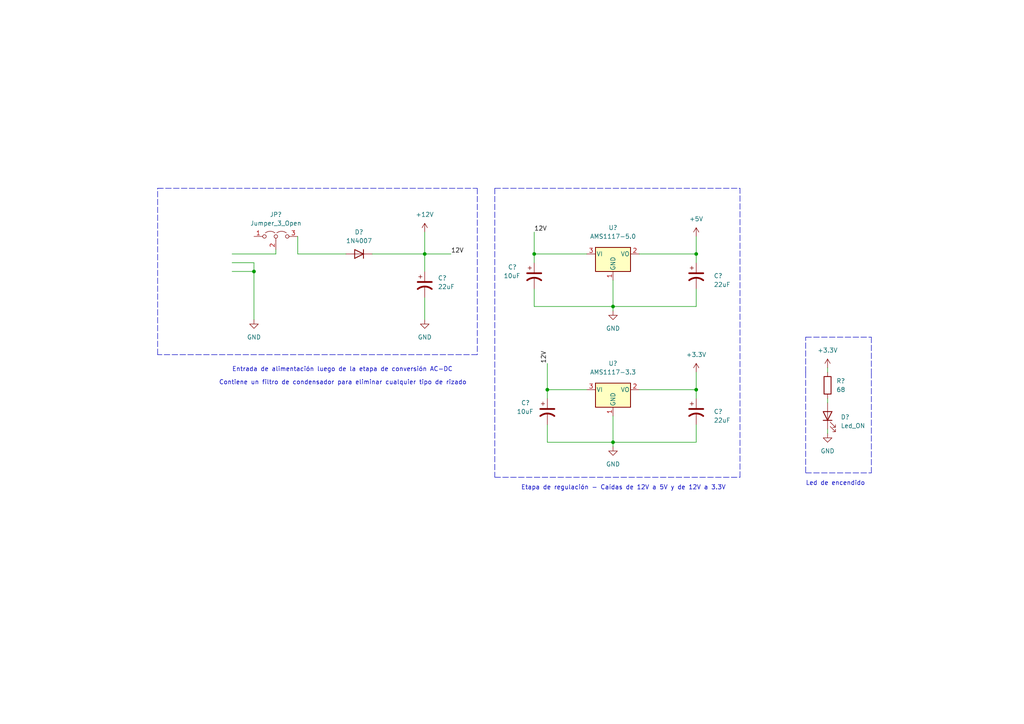
<source format=kicad_sch>
(kicad_sch (version 20211123) (generator eeschema)
  (paper "A4")
  (lib_symbols
    (symbol "Device:C_Polarized_US" (pin_numbers hide) (pin_names (offset 0.254) hide)
      (property "Reference" "C" (at 0.635 2.54 0))
      (property "Value" "C_Polarized_US" (at 0.635 -2.54 0))
      (symbol "C_Polarized_US_0_1"
        (polyline (pts (xy -2.032 0.762) (xy 2.032 0.762)) (stroke (width 0.508)))
        (polyline (pts (xy -1.778 2.286) (xy -0.762 2.286)))
        (polyline (pts (xy -1.27 1.778) (xy -1.27 2.794)))
        (arc (start 2.032 -1.27) (mid 0 -0.5572) (end -2.032 -1.27) (stroke (width 0.508)))
      )
      (symbol "C_Polarized_US_1_1"
        (pin passive line (at 0 3.81 270) (length 2.794) (name "~") (number "1"))
        (pin passive line (at 0 -3.81 90) (length 3.302) (name "~") (number "2"))
      )
    )
    (symbol "Device:R" (pin_numbers hide) (pin_names (offset 0))
      (property "Reference" "R" (at 2.032 0 90))
      (property "Value" "R" (at 0 0 90))
      (symbol "R_0_1"
        (rectangle (start -1.016 -2.54) (end 1.016 2.54) (stroke (width 0.254)))
      )
      (symbol "R_1_1"
        (pin passive line (at 0 3.81 270) (length 1.27) (name "~") (number "1"))
        (pin passive line (at 0 -3.81 90) (length 1.27) (name "~") (number "2"))
      )
    )
    (symbol "Diode:1N4007" (pin_numbers hide) (pin_names (offset 1.016) hide)
      (property "Reference" "D" (at 0 2.54 0))
      (property "Value" "1N4007" (at 0 -2.54 0))
      (symbol "1N4007_0_1"
        (polyline (pts (xy -1.27 1.27) (xy -1.27 -1.27)) (stroke (width 0.254)))
        (polyline (pts (xy 1.27 0) (xy -1.27 0)))
        (polyline (pts (xy 1.27 1.27) (xy 1.27 -1.27) (xy -1.27 0) (xy 1.27 1.27)) (stroke (width 0.254)))
      )
      (symbol "1N4007_1_1"
        (pin passive line (at -3.81 0 0) (length 2.54) (name "K") (number "1"))
        (pin passive line (at 3.81 0 180) (length 2.54) (name "A") (number "2"))
      )
    )
    (symbol "Jumper:Jumper_3_Open" (pin_names (offset 0) hide)
      (property "Reference" "JP" (at -2.54 -2.54 0))
      (property "Value" "Jumper_3_Open" (at 0 2.794 0))
      (symbol "Jumper_3_Open_0_0"
        (circle (center -3.302 0) (radius 0.508))
        (circle (center 0 0) (radius 0.508))
        (circle (center 3.302 0) (radius 0.508))
      )
      (symbol "Jumper_3_Open_0_1"
        (arc (start -0.254 1.016) (mid -1.651 1.4992) (end -3.048 1.016))
        (polyline (pts (xy 0 -0.508) (xy 0 -1.27)))
        (arc (start 3.048 1.016) (mid 1.651 1.4992) (end 0.254 1.016))
      )
      (symbol "Jumper_3_Open_1_1"
        (pin passive line (at -6.35 0 0) (length 2.54) (name "A") (number "1"))
        (pin passive line (at 0 -3.81 90) (length 2.54) (name "C") (number "2"))
        (pin passive line (at 6.35 0 180) (length 2.54) (name "B") (number "3"))
      )
    )
    (symbol "LED:IR26-21C_L110_TR8" (pin_numbers hide) (pin_names (offset 1.016) hide)
      (property "Reference" "D" (at 0 2.54 0))
      (property "Value" "IR26-21C_L110_TR8" (at 0 -3.81 0))
      (symbol "IR26-21C_L110_TR8_0_1"
        (polyline (pts (xy -1.27 -1.27) (xy -1.27 1.27)) (stroke (width 0.254)))
        (polyline (pts (xy -1.27 0) (xy 1.27 0)))
        (polyline (pts (xy 1.27 -1.27) (xy 1.27 1.27) (xy -1.27 0) (xy 1.27 -1.27)) (stroke (width 0.254)))
        (polyline (pts (xy -3.048 -0.762) (xy -4.572 -2.286) (xy -3.81 -2.286) (xy -4.572 -2.286) (xy -4.572 -1.524)))
        (polyline (pts (xy -1.778 -0.762) (xy -3.302 -2.286) (xy -2.54 -2.286) (xy -3.302 -2.286) (xy -3.302 -1.524)))
      )
      (symbol "IR26-21C_L110_TR8_1_1"
        (pin passive line (at -3.81 0 0) (length 2.54) (name "K") (number "1"))
        (pin passive line (at 3.81 0 180) (length 2.54) (name "A") (number "2"))
      )
    )
    (symbol "Regulator_Linear:AMS1117-3.3" (pin_names (offset 0.254))
      (property "Reference" "U" (at -3.81 3.175 0))
      (property "Value" "AMS1117-3.3" (at 0 3.175 0))
      (symbol "AMS1117-3.3_0_1"
        (rectangle (start -5.08 -5.08) (end 5.08 1.905) (stroke (width 0.254)) (fill (type background)))
      )
      (symbol "AMS1117-3.3_1_1"
        (pin power_in line (at 0 -7.62 90) (length 2.54) (name "GND") (number "1"))
        (pin power_out line (at 7.62 0 180) (length 2.54) (name "VO") (number "2"))
        (pin power_in line (at -7.62 0 0) (length 2.54) (name "VI") (number "3"))
      )
    )
    (symbol "Regulator_Linear:AMS1117-5.0" (pin_names (offset 0.254))
      (property "Reference" "U" (at -3.81 3.175 0))
      (property "Value" "AMS1117-5.0" (at 0 3.175 0))
      (symbol "AMS1117-5.0_0_1"
        (rectangle (start -5.08 -5.08) (end 5.08 1.905) (stroke (width 0.254)) (fill (type background)))
      )
      (symbol "AMS1117-5.0_1_1"
        (pin power_in line (at 0 -7.62 90) (length 2.54) (name "GND") (number "1"))
        (pin power_out line (at 7.62 0 180) (length 2.54) (name "VO") (number "2"))
        (pin power_in line (at -7.62 0 0) (length 2.54) (name "VI") (number "3"))
      )
    )
    (symbol "power:+12V" (power) (pin_names (offset 0))
      (property "Value" "+12V" (at 0 3.556 0))
      (symbol "+12V_0_1"
        (polyline (pts (xy -0.762 1.27) (xy 0 2.54)))
        (polyline (pts (xy 0 0) (xy 0 2.54)))
        (polyline (pts (xy 0 2.54) (xy 0.762 1.27)))
      )
      (symbol "+12V_1_1"
        (pin power_in line (at 0 0 90) (length 0) hide (name "+12V") (number "1"))
      )
    )
    (symbol "power:+3.3V" (power) (pin_names (offset 0))
      (property "Value" "+3.3V" (at 0 3.556 0))
      (symbol "+3.3V_0_1"
        (polyline (pts (xy -0.762 1.27) (xy 0 2.54)))
        (polyline (pts (xy 0 0) (xy 0 2.54)))
        (polyline (pts (xy 0 2.54) (xy 0.762 1.27)))
      )
      (symbol "+3.3V_1_1"
        (pin power_in line (at 0 0 90) (length 0) hide (name "+3.3V") (number "1"))
      )
    )
    (symbol "power:+5V" (power) (pin_names (offset 0))
      (property "Value" "+5V" (at 0 3.556 0))
      (symbol "+5V_0_1"
        (polyline (pts (xy -0.762 1.27) (xy 0 2.54)))
        (polyline (pts (xy 0 0) (xy 0 2.54)))
        (polyline (pts (xy 0 2.54) (xy 0.762 1.27)))
      )
      (symbol "+5V_1_1"
        (pin power_in line (at 0 0 90) (length 0) hide (name "+5V") (number "1"))
      )
    )
    (symbol "power:GND" (power) (pin_names (offset 0))
      (property "Value" "GND" (at 0 -3.81 0))
      (symbol "GND_0_1"
        (polyline (pts (xy 0 0) (xy 0 -1.27) (xy 1.27 -1.27) (xy 0 -2.54) (xy -1.27 -1.27) (xy 0 -1.27)))
      )
      (symbol "GND_1_1"
        (pin power_in line (at 0 0 270) (length 0) hide (name "GND") (number "1"))
      )
    )
  )
  (junction (at 154.94 73.66))
  (junction (at 201.93 113.03))
  (junction (at 158.75 113.03))
  (junction (at 177.8 88.9))
  (junction (at 201.93 73.66))
  (junction (at 73.66 78.74))
  (junction (at 123.19 73.66))
  (junction (at 177.8 128.27))
  (wire (pts (xy 201.93 83.82) (xy 201.93 88.9)))
  (polyline (pts (xy 233.68 137.16) (xy 252.73 137.16)))
  (wire (pts (xy 158.75 113.03) (xy 158.75 115.57)))
  (wire (pts (xy 201.93 115.57) (xy 201.93 113.03)))
  (wire (pts (xy 177.8 88.9) (xy 177.8 90.17)))
  (polyline (pts (xy 214.63 138.43) (xy 214.63 54.61)))
  (wire (pts (xy 154.94 73.66) (xy 154.94 76.2)))
  (wire (pts (xy 123.19 67.31) (xy 123.19 73.66)))
  (wire (pts (xy 67.31 78.74) (xy 73.66 78.74)))
  (polyline (pts (xy 233.68 107.95) (xy 233.68 97.79)))
  (polyline (pts (xy 45.72 54.61) (xy 46.99 54.61)))
  (wire (pts (xy 158.75 113.03) (xy 170.18 113.03)))
  (wire (pts (xy 185.42 113.03) (xy 201.93 113.03)))
  (polyline (pts (xy 233.68 107.95) (xy 233.68 137.16)))
  (wire (pts (xy 86.36 68.58) (xy 86.36 73.66)))
  (wire (pts (xy 154.94 88.9) (xy 177.8 88.9)))
  (wire (pts (xy 240.03 106.68) (xy 240.03 107.95)))
  (polyline (pts (xy 45.72 54.61) (xy 138.43 54.61)))
  (wire (pts (xy 201.93 76.2) (xy 201.93 73.66)))
  (wire (pts (xy 158.75 105.41) (xy 158.75 113.03)))
  (wire (pts (xy 107.95 73.66) (xy 123.19 73.66)))
  (wire (pts (xy 123.19 73.66) (xy 123.19 78.74)))
  (wire (pts (xy 240.03 115.57) (xy 240.03 116.84)))
  (polyline (pts (xy 143.51 54.61) (xy 143.51 138.43)))
  (wire (pts (xy 154.94 83.82) (xy 154.94 88.9)))
  (wire (pts (xy 67.31 73.66) (xy 80.01 73.66)))
  (wire (pts (xy 73.66 78.74) (xy 73.66 92.71)))
  (wire (pts (xy 80.01 72.39) (xy 80.01 73.66)))
  (polyline (pts (xy 252.73 97.79) (xy 252.73 107.95)))
  (polyline (pts (xy 45.72 102.87) (xy 45.72 54.61)))
  (polyline (pts (xy 233.68 97.79) (xy 252.73 97.79)))
  (wire (pts (xy 158.75 128.27) (xy 177.8 128.27)))
  (wire (pts (xy 185.42 73.66) (xy 201.93 73.66)))
  (wire (pts (xy 73.66 76.2) (xy 73.66 78.74)))
  (polyline (pts (xy 252.73 137.16) (xy 252.73 107.95)))
  (wire (pts (xy 123.19 73.66) (xy 130.81 73.66)))
  (wire (pts (xy 201.93 107.95) (xy 201.93 113.03)))
  (polyline (pts (xy 143.51 54.61) (xy 214.63 54.61)))
  (polyline (pts (xy 138.43 102.87) (xy 45.72 102.87)))
  (wire (pts (xy 177.8 88.9) (xy 201.93 88.9)))
  (polyline (pts (xy 143.51 138.43) (xy 214.63 138.43)))
  (wire (pts (xy 240.03 124.46) (xy 240.03 125.73)))
  (wire (pts (xy 201.93 123.19) (xy 201.93 128.27)))
  (wire (pts (xy 123.19 86.36) (xy 123.19 92.71)))
  (wire (pts (xy 86.36 73.66) (xy 100.33 73.66)))
  (wire (pts (xy 67.31 76.2) (xy 73.66 76.2)))
  (wire (pts (xy 177.8 120.65) (xy 177.8 128.27)))
  (wire (pts (xy 154.94 73.66) (xy 170.18 73.66)))
  (wire (pts (xy 201.93 68.58) (xy 201.93 73.66)))
  (wire (pts (xy 177.8 81.28) (xy 177.8 88.9)))
  (polyline (pts (xy 138.43 54.61) (xy 138.43 102.87)))
  (wire (pts (xy 177.8 128.27) (xy 201.93 128.27)))
  (wire (pts (xy 177.8 128.27) (xy 177.8 129.54)))
  (wire (pts (xy 154.94 67.31) (xy 154.94 73.66)))
  (wire (pts (xy 158.75 123.19) (xy 158.75 128.27)))
  (text "Etapa de regulación - Caídas de 12V a 5V y de 12V a 3.3V" (at 151.13 142.24 0) (effects (font (size 1.27 1.27)) (justify left bottom)))
  (text "Entrada de alimentación luego de la etapa de conversión AC-DC" (at 67.31 107.95 0) (effects (font (size 1.27 1.27)) (justify left bottom)))
  (text "Led de encendido\n" (at 233.68 140.97 0) (effects (font (size 1.27 1.27)) (justify left bottom)))
  (text "Contiene un filtro de condensador para eliminar cualquier tipo de rizado\n" (at 63.5 111.76 0) (effects (font (size 1.27 1.27)) (justify left bottom)))
  (label "12V" (at 130.81 73.66 0))
  (label "12V" (at 158.75 105.41 90))
  (label "12V" (at 154.94 67.31 0))
  (symbol (lib_id "LED:IR26-21C_L110_TR8") (at 240.03 120.65 90) (unit 1)
    (property "Reference" "D?" (at 243.84 120.9674 90) (effects (justify right)))
    (property "Value" "Led_ON" (at 243.84 123.5074 90) (effects (justify right)))
    (property "Footprint" "LED_SMD:LED_0603_1608Metric_Pad1.05x0.95mm_HandSolder" (effects hide))
    (property "Datasheet" "http://www.everlight.com/file/ProductFile/IR26-21C-L110-TR8.pdf" (effects hide))
  )
  (symbol (lib_id "Regulator_Linear:AMS1117-3.3") (at 177.8 113.03 0) (unit 1)
    (property "Reference" "U?" (at 177.8 105.41 0))
    (property "Value" "AMS1117-3.3" (at 177.8 107.95 0))
    (property "Footprint" "Package_TO_SOT_SMD:SOT-223-3_TabPin2" (effects hide))
    (property "Datasheet" "http://www.advanced-monolithic.com/pdf/ds1117.pdf" (effects hide))
  )
  (symbol (lib_id "power:GND") (at 177.8 129.54 0) (unit 1)
    (property "Reference" "#PWR?" (effects hide))
    (property "Value" "GND" (at 177.8 134.62 0))
  )
  (symbol (lib_id "Regulator_Linear:AMS1117-5.0") (at 177.8 73.66 0) (unit 1)
    (property "Reference" "U?" (at 177.8 66.04 0))
    (property "Value" "AMS1117-5.0" (at 177.8 68.58 0))
    (property "Footprint" "Package_TO_SOT_SMD:SOT-223-3_TabPin2" (effects hide))
    (property "Datasheet" "http://www.advanced-monolithic.com/pdf/ds1117.pdf" (effects hide))
  )
  (symbol (lib_id "Device:C_Polarized_US") (at 201.93 119.38 0) (unit 1)
    (property "Reference" "C?" (at 207.01 119.38 0) (effects (justify left)))
    (property "Value" "22uF" (at 207.01 121.92 0) (effects (justify left)))
    (property "Footprint" "Capacitor_SMD:C_0805_2012Metric_Pad1.18x1.45mm_HandSolder" (effects hide))
  )
  (symbol (lib_id "Diode:1N4007") (at 104.14 73.66 180) (unit 1)
    (property "Reference" "D?" (at 104.14 67.31 0))
    (property "Value" "1N4007" (at 104.14 69.85 0))
    (property "Footprint" "Diode_SMD:D_SMA_Handsoldering" (effects hide))
    (property "Datasheet" "http://www.vishay.com/docs/88503/1n4001.pdf" (effects hide))
  )
  (symbol (lib_id "power:GND") (at 73.66 92.71 0) (unit 1)
    (property "Reference" "#PWR?" (effects hide))
    (property "Value" "GND" (at 73.66 97.79 0))
  )
  (symbol (lib_id "Device:C_Polarized_US") (at 123.19 82.55 0) (unit 1)
    (property "Reference" "C?" (at 127 80.6449 0) (effects (justify left)))
    (property "Value" "22uF" (at 127 83.1849 0) (effects (justify left)))
    (property "Footprint" "Capacitor_SMD:C_0805_2012Metric_Pad1.18x1.45mm_HandSolder" (effects hide))
  )
  (symbol (lib_id "power:GND") (at 240.03 125.73 0) (unit 1)
    (property "Reference" "#PWR?" (effects hide))
    (property "Value" "GND" (at 240.03 130.81 0))
  )
  (symbol (lib_id "power:GND") (at 123.19 92.71 0) (unit 1)
    (property "Reference" "#PWR?" (effects hide))
    (property "Value" "GND" (at 123.19 97.79 0))
  )
  (symbol (lib_id "power:+3.3V") (at 201.93 107.95 0) (unit 1)
    (property "Reference" "#PWR?" (effects hide))
    (property "Value" "+3.3V" (at 201.93 102.87 0))
  )
  (symbol (lib_id "power:GND") (at 177.8 90.17 0) (unit 1)
    (property "Reference" "#PWR?" (effects hide))
    (property "Value" "GND" (at 177.8 95.25 0))
  )
  (symbol (lib_id "power:+3.3V") (at 240.03 106.68 0) (unit 1)
    (property "Reference" "#PWR?" (effects hide))
    (property "Value" "+3.3V" (at 240.03 101.6 0))
  )
  (symbol (lib_id "Device:C_Polarized_US") (at 158.75 119.38 0) (unit 1)
    (property "Reference" "C?" (at 151.13 116.84 0) (effects (justify left)))
    (property "Value" "10uF" (at 149.86 119.38 0) (effects (justify left)))
    (property "Footprint" "Capacitor_SMD:C_0805_2012Metric_Pad1.18x1.45mm_HandSolder" (effects hide))
  )
  (symbol (lib_id "Jumper:Jumper_3_Open") (at 80.01 68.58 0) (unit 1)
    (property "Reference" "JP?" (at 80.01 62.23 0))
    (property "Value" "Jumper_3_Open" (at 80.01 64.77 0))
    (property "Footprint" "Connector_PinHeader_2.54mm:PinHeader_1x03_P2.54mm_Vertical" (effects hide))
  )
  (symbol (lib_id "power:+12V") (at 123.19 67.31 0) (unit 1)
    (property "Reference" "#PWR?" (effects hide))
    (property "Value" "+12V" (at 123.19 62.23 0))
  )
  (symbol (lib_id "Device:C_Polarized_US") (at 154.94 80.01 0) (unit 1)
    (property "Reference" "C?" (at 147.32 77.47 0) (effects (justify left)))
    (property "Value" "10uF" (at 146.05 80.01 0) (effects (justify left)))
    (property "Footprint" "Capacitor_SMD:C_0805_2012Metric_Pad1.18x1.45mm_HandSolder" (effects hide))
  )
  (symbol (lib_id "Device:C_Polarized_US") (at 201.93 80.01 0) (unit 1)
    (property "Reference" "C?" (at 207.01 80.01 0) (effects (justify left)))
    (property "Value" "22uF" (at 207.01 82.55 0) (effects (justify left)))
    (property "Footprint" "Capacitor_SMD:C_0805_2012Metric_Pad1.18x1.45mm_HandSolder" (effects hide))
  )
  (symbol (lib_id "power:+5V") (at 201.93 68.58 0) (unit 1)
    (property "Reference" "#PWR?" (effects hide))
    (property "Value" "+5V" (at 201.93 63.5 0))
  )
  (symbol (lib_id "Device:R") (at 240.03 111.76 0) (unit 1)
    (property "Reference" "R?" (at 242.57 110.4899 0) (effects (justify left)))
    (property "Value" "68" (at 242.57 113.0299 0) (effects (justify left)))
    (property "Footprint" "Resistor_SMD:R_1206_3216Metric_Pad1.30x1.75mm_HandSolder" (effects hide))
  )
)
</source>
